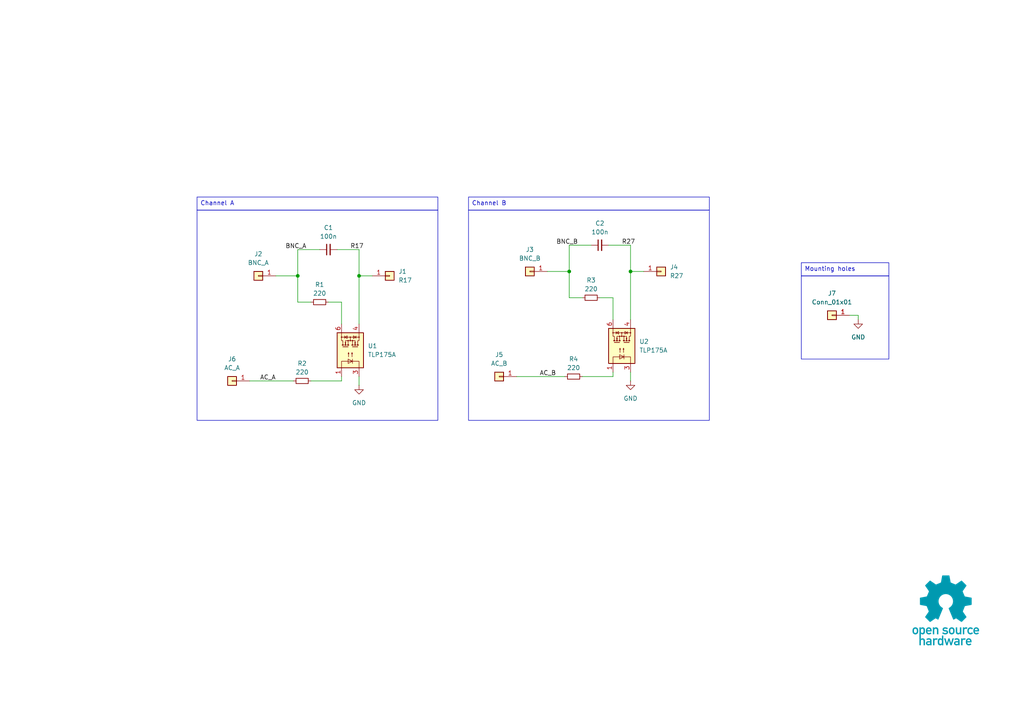
<source format=kicad_sch>
(kicad_sch (version 20231120) (generator "eeschema") (generator_version "8.0")
  (paper "A4")
  (title_block (title "Hantek 6022 pcb") (date "2024-07-18") (rev "1.0.0") (comment 1 "Antonin PVD"))
  (lib_symbols
    (symbol "Connector_Generic:Conn_01x01" (pin_names (offset 1.016) hide)
      (property "Reference" "J" (at 0 2.54 0))
      (property "Value" "Conn_01x01" (at 0 -2.54 0))
      (symbol "Conn_01x01_1_1"
        (rectangle (start -1.27 0.127) (end 0 -0.127) (stroke (width 0.1524)))
        (rectangle (start -1.27 1.27) (end 1.27 -1.27) (stroke (width 0.254)) (fill (type background)))
        (pin passive line (at -5.08 0 0) (length 3.81) (name "Pin_1") (number "1"))
      )
    )
    (symbol "Device:C_Small" (pin_numbers hide) (pin_names (offset 0.254) hide)
      (property "Reference" "C" (at 0.254 1.778 0))
      (property "Value" "C_Small" (at 0.254 -2.032 0))
      (symbol "C_Small_0_1"
        (polyline (pts (xy -1.524 -0.508) (xy 1.524 -0.508)) (stroke (width 0.3302)))
        (polyline (pts (xy -1.524 0.508) (xy 1.524 0.508)) (stroke (width 0.3048)))
      )
      (symbol "C_Small_1_1"
        (pin passive line (at 0 2.54 270) (length 2.032) (name "~") (number "1"))
        (pin passive line (at 0 -2.54 90) (length 2.032) (name "~") (number "2"))
      )
    )
    (symbol "Device:R_Small" (pin_numbers hide) (pin_names (offset 0.254) hide)
      (property "Reference" "R" (at 0.762 0.508 0))
      (property "Value" "R_Small" (at 0.762 -1.016 0))
      (symbol "R_Small_0_1"
        (rectangle (start -0.762 1.778) (end 0.762 -1.778) (stroke (width 0.2032)))
      )
      (symbol "R_Small_1_1"
        (pin passive line (at 0 2.54 270) (length 0.762) (name "~") (number "1"))
        (pin passive line (at 0 -2.54 90) (length 0.762) (name "~") (number "2"))
      )
    )
    (symbol "Relay_SolidState:TLP175A"
      (property "Reference" "U" (at -5.08 4.953 0))
      (property "Value" "TLP175A" (at -5.08 -5.08 0))
      (symbol "TLP175A_0_1"
        (rectangle (start -5.08 3.81) (end 5.08 -3.81) (stroke (width 0.254)) (fill (type background)))
        (polyline (pts (xy -3.81 -0.635) (xy -2.54 -0.635)))
        (polyline (pts (xy 1.016 -0.635) (xy 1.016 -2.159)) (stroke (width 0.2032)))
        (polyline (pts (xy 1.016 2.159) (xy 1.016 0.635)) (stroke (width 0.2032)))
        (polyline (pts (xy 1.524 -0.508) (xy 1.524 -0.762)) (stroke (width 0.3556)))
        (polyline (pts (xy 2.794 0) (xy 3.81 0)))
        (polyline (pts (xy 3.429 -1.651) (xy 4.191 -1.651)))
        (polyline (pts (xy 3.429 1.651) (xy 4.191 1.651)))
        (polyline (pts (xy 3.81 -2.54) (xy 3.81 2.54)))
        (polyline (pts (xy 1.524 -2.032) (xy 1.524 -2.286) (xy 1.524 -2.286)) (stroke (width 0.3556)))
        (polyline (pts (xy 1.524 -1.27) (xy 1.524 -1.524) (xy 1.524 -1.524)) (stroke (width 0.3556)))
        (polyline (pts (xy 1.524 0.762) (xy 1.524 0.508) (xy 1.524 0.508)) (stroke (width 0.3556)))
        (polyline (pts (xy 1.524 1.524) (xy 1.524 1.27) (xy 1.524 1.27)) (stroke (width 0.3556)))
        (polyline (pts (xy 1.524 2.286) (xy 1.524 2.032) (xy 1.524 2.032)) (stroke (width 0.3556)))
        (polyline (pts (xy 1.651 -1.397) (xy 2.794 -1.397) (xy 2.794 -0.635)))
        (polyline (pts (xy 1.651 1.397) (xy 2.794 1.397) (xy 2.794 0.635)))
        (polyline (pts (xy -5.08 2.54) (xy -3.175 2.54) (xy -3.175 -2.54) (xy -5.08 -2.54)))
        (polyline (pts (xy -3.175 -0.635) (xy -3.81 0.635) (xy -2.54 0.635) (xy -3.175 -0.635)))
        (polyline (pts (xy 1.651 -2.159) (xy 2.794 -2.159) (xy 2.794 -2.54) (xy 5.08 -2.54)))
        (polyline (pts (xy 1.651 -0.635) (xy 2.794 -0.635) (xy 2.794 0.635) (xy 1.651 0.635)))
        (polyline (pts (xy 1.651 2.159) (xy 2.794 2.159) (xy 2.794 2.54) (xy 5.08 2.54)))
        (polyline (pts (xy 1.778 -1.397) (xy 2.286 -1.27) (xy 2.286 -1.524) (xy 1.778 -1.397)))
        (polyline (pts (xy 1.778 1.397) (xy 2.286 1.524) (xy 2.286 1.27) (xy 1.778 1.397)))
        (polyline (pts (xy 3.81 -1.651) (xy 3.429 -0.889) (xy 4.191 -0.889) (xy 3.81 -1.651)))
        (polyline (pts (xy 3.81 1.651) (xy 3.429 0.889) (xy 4.191 0.889) (xy 3.81 1.651)))
        (polyline (pts (xy -1.905 -0.508) (xy -0.635 -0.508) (xy -1.016 -0.635) (xy -1.016 -0.381) (xy -0.635 -0.508)))
        (polyline (pts (xy -1.905 0.508) (xy -0.635 0.508) (xy -1.016 0.381) (xy -1.016 0.635) (xy -0.635 0.508)))
        (circle (center 2.794 -0.635) (radius 0.127))
        (circle (center 2.794 0) (radius 0.127))
        (circle (center 2.794 0.635) (radius 0.127))
        (circle (center 3.81 -2.54) (radius 0.127))
        (circle (center 3.81 0) (radius 0.127))
        (circle (center 3.81 2.54) (radius 0.127))
      )
      (symbol "TLP175A_1_1"
        (pin passive line (at -7.62 2.54 0) (length 2.54) (name "~") (number "1"))
        (pin passive line (at -7.62 -2.54 0) (length 2.54) (name "~") (number "3"))
        (pin passive line (at 7.62 -2.54 180) (length 2.54) (name "~") (number "4"))
        (pin passive line (at 7.62 2.54 180) (length 2.54) (name "~") (number "6"))
      )
    )
    (symbol "power:GND" (power) (pin_numbers hide) (pin_names (offset 0) hide)
      (property "Value" "GND" (at 0 -3.81 0))
      (symbol "GND_0_1"
        (polyline (pts (xy 0 0) (xy 0 -1.27) (xy 1.27 -1.27) (xy 0 -2.54) (xy -1.27 -1.27) (xy 0 -1.27)))
      )
      (symbol "GND_1_1"
        (pin power_in line (at 0 0 270) (length 0) (name "~") (number "1"))
      )
    )
  )
  (junction (at 104.14 80.01))
  (junction (at 86.36 80.01))
  (junction (at 182.88 78.74))
  (junction (at 165.1 78.74))
  (wire (pts (xy 165.1 71.12) (xy 165.1 78.74)))
  (wire (pts (xy 171.45 71.12) (xy 165.1 71.12)))
  (wire (pts (xy 168.91 86.36) (xy 165.1 86.36)))
  (wire (pts (xy 168.91 109.22) (xy 177.8 109.22)))
  (wire (pts (xy 182.88 107.95) (xy 182.88 110.49)))
  (wire (pts (xy 104.14 80.01) (xy 104.14 93.98)))
  (wire (pts (xy 176.53 71.12) (xy 182.88 71.12)))
  (wire (pts (xy 104.14 80.01) (xy 107.95 80.01)))
  (wire (pts (xy 177.8 107.95) (xy 177.8 109.22)))
  (wire (pts (xy 182.88 71.12) (xy 182.88 78.74)))
  (wire (pts (xy 80.01 80.01) (xy 86.36 80.01)))
  (wire (pts (xy 97.79 72.39) (xy 104.14 72.39)))
  (wire (pts (xy 182.88 78.74) (xy 186.69 78.74)))
  (wire (pts (xy 104.14 72.39) (xy 104.14 80.01)))
  (wire (pts (xy 158.75 78.74) (xy 165.1 78.74)))
  (wire (pts (xy 99.06 109.22) (xy 99.06 110.49)))
  (wire (pts (xy 90.17 110.49) (xy 99.06 110.49)))
  (wire (pts (xy 86.36 87.63) (xy 86.36 80.01)))
  (wire (pts (xy 104.14 109.22) (xy 104.14 111.76)))
  (wire (pts (xy 149.86 109.22) (xy 163.83 109.22)))
  (wire (pts (xy 90.17 87.63) (xy 86.36 87.63)))
  (wire (pts (xy 177.8 86.36) (xy 177.8 92.71)))
  (wire (pts (xy 95.25 87.63) (xy 99.06 87.63)))
  (wire (pts (xy 173.99 86.36) (xy 177.8 86.36)))
  (wire (pts (xy 165.1 86.36) (xy 165.1 78.74)))
  (wire (pts (xy 86.36 72.39) (xy 92.71 72.39)))
  (wire (pts (xy 246.38 91.44) (xy 248.92 91.44)))
  (wire (pts (xy 86.36 72.39) (xy 86.36 80.01)))
  (wire (pts (xy 248.92 91.44) (xy 248.92 92.71)))
  (wire (pts (xy 99.06 87.63) (xy 99.06 93.98)))
  (wire (pts (xy 72.39 110.49) (xy 85.09 110.49)))
  (wire (pts (xy 182.88 78.74) (xy 182.88 92.71)))
  (rectangle (start 57.15 60.96) (end 127 121.92))
  (rectangle (start 232.41 80.01) (end 257.81 104.14))
  (rectangle (start 135.89 60.96) (end 205.74 121.92))
  (image (at 274.32 177.038))
  (text_box "Mounting holes" (at 232.41 76.2 0) (size 25.4 3.81) (effects (font (size 1.27 1.27)) (justify left top)))
  (text_box "Channel B" (at 135.89 57.15 0) (size 69.85 3.81) (effects (font (size 1.27 1.27)) (justify left top)))
  (text_box "Channel A" (at 57.15 57.15 0) (size 69.85 3.81) (effects (font (size 1.27 1.27)) (justify left top)))
  (label "AC_B" (at 161.29 109.22 180))
  (label "BNC_A" (at 88.9 72.39 180))
  (label "AC_A" (at 80.01 110.49 180))
  (label "R27" (at 180.34 71.12 0))
  (label "R17" (at 101.6 72.39 0))
  (label "BNC_B" (at 167.64 71.12 180))
  (symbol (lib_id "Connector_Generic:Conn_01x01") (at 191.77 78.74 0) (unit 1)
    (property "Reference" "J4" (at 194.31 77.4699 0) (effects (justify left)))
    (property "Value" "R27" (at 194.31 80.0099 0) (effects (justify left)))
    (property "Footprint" "Connector_Pin:Pin_D1.0mm_L10.0mm" (effects (hide yes)))
    (property "Description" "Generic connector, single row, 01x01, script generated (kicad-library-utils/schlib/autogen/connector/)" (effects (hide yes)))
  )
  (symbol (lib_id "Device:C_Small") (at 173.99 71.12 90) (unit 1)
    (property "Reference" "C2" (at 173.9963 64.77 90))
    (property "Value" "100n" (at 173.9963 67.31 90))
    (property "Footprint" "Capacitor_SMD:C_0805_2012Metric" (effects (hide yes)))
    (property "Description" "Unpolarized capacitor, small symbol" (effects (hide yes)))
  )
  (symbol (lib_id "Connector_Generic:Conn_01x01") (at 144.78 109.22 180) (unit 1)
    (property "Reference" "J5" (at 144.78 102.87 0))
    (property "Value" "AC_B" (at 144.78 105.41 0))
    (property "Footprint" "Connector_Pin:Pin_D1.0mm_L10.0mm" (effects (hide yes)))
    (property "Description" "Generic connector, single row, 01x01, script generated (kicad-library-utils/schlib/autogen/connector/)" (effects (hide yes)))
  )
  (symbol (lib_id "power:GND") (at 104.14 111.76 0) (unit 1)
    (property "Reference" "#PWR01" (effects (hide yes)))
    (property "Value" "GND" (at 104.14 116.84 0))
    (property "Description" "Power symbol creates a global label with name \"GND\" , ground" (effects (hide yes)))
  )
  (symbol (lib_id "power:GND") (at 182.88 110.49 0) (unit 1)
    (property "Reference" "#PWR02" (effects (hide yes)))
    (property "Value" "GND" (at 182.88 115.57 0))
    (property "Description" "Power symbol creates a global label with name \"GND\" , ground" (effects (hide yes)))
  )
  (symbol (lib_id "Device:R_Small") (at 166.37 109.22 90) (unit 1)
    (property "Reference" "R4" (at 166.37 104.14 90))
    (property "Value" "220" (at 166.37 106.68 90))
    (property "Footprint" "Resistor_SMD:R_0805_2012Metric" (effects (hide yes)))
    (property "Description" "Resistor, small symbol" (effects (hide yes)))
  )
  (symbol (lib_id "power:GND") (at 248.92 92.71 0) (unit 1)
    (property "Reference" "#PWR03" (effects (hide yes)))
    (property "Value" "GND" (at 248.92 97.79 0))
    (property "Description" "Power symbol creates a global label with name \"GND\" , ground" (effects (hide yes)))
  )
  (symbol (lib_id "Device:C_Small") (at 95.25 72.39 90) (unit 1)
    (property "Reference" "C1" (at 95.2563 66.04 90))
    (property "Value" "100n" (at 95.2563 68.58 90))
    (property "Footprint" "Capacitor_SMD:C_0805_2012Metric" (effects (hide yes)))
    (property "Description" "Unpolarized capacitor, small symbol" (effects (hide yes)))
  )
  (symbol (lib_id "Relay_SolidState:TLP175A") (at 101.6 101.6 90) (unit 1)
    (property "Reference" "U1" (at 106.68 100.3299 90) (effects (justify right)))
    (property "Value" "TLP175A" (at 106.68 102.8699 90) (effects (justify right)))
    (property "Footprint" "Package_SO:MFSOP6-4_4.4x3.6mm_P1.27mm" (effects (hide yes)))
    (property "Datasheet" "https://toshiba.semicon-storage.com/info/docget.jsp?did=13665&prodName=TLP175A" (effects (hide yes)))
    (property "Description" "MOSFET Photorelay 1-Form-A, Voff 60V, Ion 100mA, SOP6" (effects (hide yes)))
  )
  (symbol (lib_id "Connector_Generic:Conn_01x01") (at 67.31 110.49 180) (unit 1)
    (property "Reference" "J6" (at 67.31 104.14 0))
    (property "Value" "AC_A" (at 67.31 106.68 0))
    (property "Footprint" "Connector_Pin:Pin_D1.0mm_L10.0mm" (effects (hide yes)))
    (property "Description" "Generic connector, single row, 01x01, script generated (kicad-library-utils/schlib/autogen/connector/)" (effects (hide yes)))
  )
  (symbol (lib_id "Relay_SolidState:TLP175A") (at 180.34 100.33 90) (unit 1)
    (property "Reference" "U2" (at 185.42 99.0599 90) (effects (justify right)))
    (property "Value" "TLP175A" (at 185.42 101.5999 90) (effects (justify right)))
    (property "Footprint" "Package_SO:MFSOP6-4_4.4x3.6mm_P1.27mm" (effects (hide yes)))
    (property "Datasheet" "https://toshiba.semicon-storage.com/info/docget.jsp?did=13665&prodName=TLP175A" (effects (hide yes)))
    (property "Description" "MOSFET Photorelay 1-Form-A, Voff 60V, Ion 100mA, SOP6" (effects (hide yes)))
  )
  (symbol (lib_id "Connector_Generic:Conn_01x01") (at 153.67 78.74 180) (unit 1)
    (property "Reference" "J3" (at 153.67 72.39 0))
    (property "Value" "BNC_B" (at 153.67 74.93 0))
    (property "Footprint" "Connector_Pin:Pin_D1.0mm_L10.0mm" (effects (hide yes)))
    (property "Description" "Generic connector, single row, 01x01, script generated (kicad-library-utils/schlib/autogen/connector/)" (effects (hide yes)))
  )
  (symbol (lib_id "Connector_Generic:Conn_01x01") (at 241.3 91.44 180) (unit 1)
    (property "Reference" "J7" (at 241.3 85.09 0))
    (property "Value" "Conn_01x01" (at 241.3 87.63 0))
    (property "Footprint" "Connector_PinHeader_2.54mm:PinHeader_1x01_P2.54mm_Vertical" (effects (hide yes)))
    (property "Description" "Generic connector, single row, 01x01, script generated (kicad-library-utils/schlib/autogen/connector/)" (effects (hide yes)))
  )
  (symbol (lib_id "Connector_Generic:Conn_01x01") (at 113.03 80.01 0) (unit 1)
    (property "Reference" "J1" (at 115.57 78.7399 0) (effects (justify left)))
    (property "Value" "R17" (at 115.57 81.2799 0) (effects (justify left)))
    (property "Footprint" "Connector_Pin:Pin_D1.0mm_L10.0mm" (effects (hide yes)))
    (property "Description" "Generic connector, single row, 01x01, script generated (kicad-library-utils/schlib/autogen/connector/)" (effects (hide yes)))
  )
  (symbol (lib_id "Device:R_Small") (at 92.71 87.63 90) (unit 1)
    (property "Reference" "R1" (at 92.71 82.55 90))
    (property "Value" "220" (at 92.71 85.09 90))
    (property "Footprint" "Resistor_SMD:R_0805_2012Metric" (effects (hide yes)))
    (property "Description" "Resistor, small symbol" (effects (hide yes)))
  )
  (symbol (lib_id "Device:R_Small") (at 87.63 110.49 90) (unit 1)
    (property "Reference" "R2" (at 87.63 105.41 90))
    (property "Value" "220" (at 87.63 107.95 90))
    (property "Footprint" "Resistor_SMD:R_0805_2012Metric" (effects (hide yes)))
    (property "Description" "Resistor, small symbol" (effects (hide yes)))
  )
  (symbol (lib_id "Connector_Generic:Conn_01x01") (at 74.93 80.01 180) (unit 1)
    (property "Reference" "J2" (at 74.93 73.66 0))
    (property "Value" "BNC_A" (at 74.93 76.2 0))
    (property "Footprint" "Connector_Pin:Pin_D1.0mm_L10.0mm" (effects (hide yes)))
    (property "Description" "Generic connector, single row, 01x01, script generated (kicad-library-utils/schlib/autogen/connector/)" (effects (hide yes)))
  )
  (symbol (lib_id "Device:R_Small") (at 171.45 86.36 90) (unit 1)
    (property "Reference" "R3" (at 171.45 81.28 90))
    (property "Value" "220" (at 171.45 83.82 90))
    (property "Footprint" "Resistor_SMD:R_0805_2012Metric" (effects (hide yes)))
    (property "Description" "Resistor, small symbol" (effects (hide yes)))
  )
)
</source>
